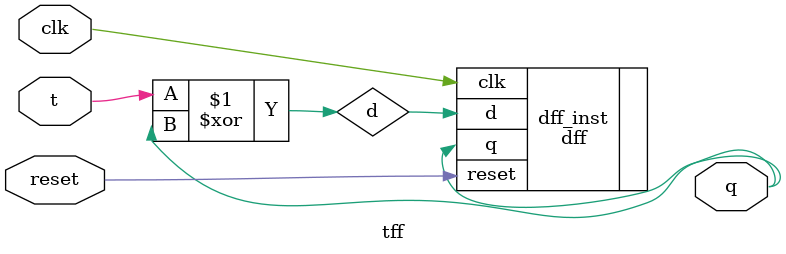
<source format=v>
`include "d_flip_flop.v"


// T Flip-Flop
module tff (
    input wire t,
    input wire clk,
    input wire reset,
    output wire q
);

    wire d;
    dff dff_inst (
        .d(d),
        .clk(clk),
        .reset(reset),
        .q(q)  
    );

    assign d = t ^ q; // feedback Q XOR with T

endmodule

</source>
